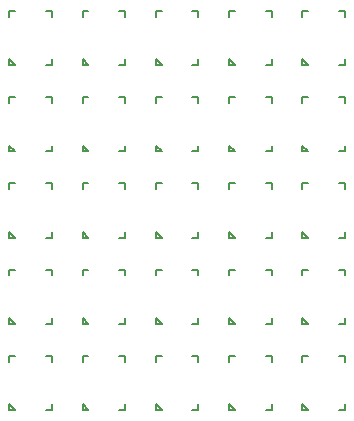
<source format=gto>
G04 #@! TF.GenerationSoftware,KiCad,Pcbnew,5.0.2-bee76a0~70~ubuntu18.04.1*
G04 #@! TF.CreationDate,2018-12-05T20:22:07+01:00*
G04 #@! TF.ProjectId,noname,6e6f6e61-6d65-42e6-9b69-6361645f7063,rev?*
G04 #@! TF.SameCoordinates,Original*
G04 #@! TF.FileFunction,Legend,Top*
G04 #@! TF.FilePolarity,Positive*
%FSLAX46Y46*%
G04 Gerber Fmt 4.6, Leading zero omitted, Abs format (unit mm)*
G04 Created by KiCad (PCBNEW 5.0.2-bee76a0~70~ubuntu18.04.1) date Wed 05 Dec 2018 20:22:07 CET*
%MOMM*%
%LPD*%
G01*
G04 APERTURE LIST*
%ADD10C,0.150000*%
G04 APERTURE END LIST*
D10*
G04 #@! TO.C,U2*
X135100000Y-124800000D02*
X135100000Y-124300000D01*
X135600000Y-124800000D02*
X135100000Y-124800000D01*
X135100000Y-120200000D02*
X135100000Y-120700000D01*
X135100000Y-120200000D02*
X135600000Y-120200000D01*
X138700000Y-120200000D02*
X138200000Y-120200000D01*
X138700000Y-120200000D02*
X138700000Y-120700000D01*
X138700000Y-124800000D02*
X138700000Y-124300000D01*
X138700000Y-124800000D02*
X138200000Y-124800000D01*
X135600000Y-124800000D02*
X135100000Y-124300000D01*
X128900000Y-124800000D02*
X128900000Y-124300000D01*
X129400000Y-124800000D02*
X128900000Y-124800000D01*
X128900000Y-120200000D02*
X128900000Y-120700000D01*
X128900000Y-120200000D02*
X129400000Y-120200000D01*
X132500000Y-120200000D02*
X132000000Y-120200000D01*
X132500000Y-120200000D02*
X132500000Y-120700000D01*
X132500000Y-124800000D02*
X132500000Y-124300000D01*
X132500000Y-124800000D02*
X132000000Y-124800000D01*
X129400000Y-124800000D02*
X128900000Y-124300000D01*
X122700000Y-124800000D02*
X122700000Y-124300000D01*
X123200000Y-124800000D02*
X122700000Y-124800000D01*
X122700000Y-120200000D02*
X122700000Y-120700000D01*
X122700000Y-120200000D02*
X123200000Y-120200000D01*
X126300000Y-120200000D02*
X125800000Y-120200000D01*
X126300000Y-120200000D02*
X126300000Y-120700000D01*
X126300000Y-124800000D02*
X126300000Y-124300000D01*
X126300000Y-124800000D02*
X125800000Y-124800000D01*
X123200000Y-124800000D02*
X122700000Y-124300000D01*
X116500000Y-124800000D02*
X116500000Y-124300000D01*
X117000000Y-124800000D02*
X116500000Y-124800000D01*
X116500000Y-120200000D02*
X116500000Y-120700000D01*
X116500000Y-120200000D02*
X117000000Y-120200000D01*
X120100000Y-120200000D02*
X119600000Y-120200000D01*
X120100000Y-120200000D02*
X120100000Y-120700000D01*
X120100000Y-124800000D02*
X120100000Y-124300000D01*
X120100000Y-124800000D02*
X119600000Y-124800000D01*
X117000000Y-124800000D02*
X116500000Y-124300000D01*
X110800000Y-124800000D02*
X110300000Y-124300000D01*
X113900000Y-124800000D02*
X113400000Y-124800000D01*
X113900000Y-124800000D02*
X113900000Y-124300000D01*
X113900000Y-120200000D02*
X113900000Y-120700000D01*
X113900000Y-120200000D02*
X113400000Y-120200000D01*
X110300000Y-120200000D02*
X110800000Y-120200000D01*
X110300000Y-120200000D02*
X110300000Y-120700000D01*
X110800000Y-124800000D02*
X110300000Y-124800000D01*
X110300000Y-124800000D02*
X110300000Y-124300000D01*
X135100000Y-117500000D02*
X135100000Y-117000000D01*
X135600000Y-117500000D02*
X135100000Y-117500000D01*
X135100000Y-112900000D02*
X135100000Y-113400000D01*
X135100000Y-112900000D02*
X135600000Y-112900000D01*
X138700000Y-112900000D02*
X138200000Y-112900000D01*
X138700000Y-112900000D02*
X138700000Y-113400000D01*
X138700000Y-117500000D02*
X138700000Y-117000000D01*
X138700000Y-117500000D02*
X138200000Y-117500000D01*
X135600000Y-117500000D02*
X135100000Y-117000000D01*
X128900000Y-117500000D02*
X128900000Y-117000000D01*
X129400000Y-117500000D02*
X128900000Y-117500000D01*
X128900000Y-112900000D02*
X128900000Y-113400000D01*
X128900000Y-112900000D02*
X129400000Y-112900000D01*
X132500000Y-112900000D02*
X132000000Y-112900000D01*
X132500000Y-112900000D02*
X132500000Y-113400000D01*
X132500000Y-117500000D02*
X132500000Y-117000000D01*
X132500000Y-117500000D02*
X132000000Y-117500000D01*
X129400000Y-117500000D02*
X128900000Y-117000000D01*
X122700000Y-117500000D02*
X122700000Y-117000000D01*
X123200000Y-117500000D02*
X122700000Y-117500000D01*
X122700000Y-112900000D02*
X122700000Y-113400000D01*
X122700000Y-112900000D02*
X123200000Y-112900000D01*
X126300000Y-112900000D02*
X125800000Y-112900000D01*
X126300000Y-112900000D02*
X126300000Y-113400000D01*
X126300000Y-117500000D02*
X126300000Y-117000000D01*
X126300000Y-117500000D02*
X125800000Y-117500000D01*
X123200000Y-117500000D02*
X122700000Y-117000000D01*
X116500000Y-117500000D02*
X116500000Y-117000000D01*
X117000000Y-117500000D02*
X116500000Y-117500000D01*
X116500000Y-112900000D02*
X116500000Y-113400000D01*
X116500000Y-112900000D02*
X117000000Y-112900000D01*
X120100000Y-112900000D02*
X119600000Y-112900000D01*
X120100000Y-112900000D02*
X120100000Y-113400000D01*
X120100000Y-117500000D02*
X120100000Y-117000000D01*
X120100000Y-117500000D02*
X119600000Y-117500000D01*
X117000000Y-117500000D02*
X116500000Y-117000000D01*
X110300000Y-117500000D02*
X110300000Y-117000000D01*
X110800000Y-117500000D02*
X110300000Y-117500000D01*
X110300000Y-112900000D02*
X110300000Y-113400000D01*
X110300000Y-112900000D02*
X110800000Y-112900000D01*
X113900000Y-112900000D02*
X113400000Y-112900000D01*
X113900000Y-112900000D02*
X113900000Y-113400000D01*
X113900000Y-117500000D02*
X113900000Y-117000000D01*
X113900000Y-117500000D02*
X113400000Y-117500000D01*
X110800000Y-117500000D02*
X110300000Y-117000000D01*
X135100000Y-110200000D02*
X135100000Y-109700000D01*
X135600000Y-110200000D02*
X135100000Y-110200000D01*
X135100000Y-105600000D02*
X135100000Y-106100000D01*
X135100000Y-105600000D02*
X135600000Y-105600000D01*
X138700000Y-105600000D02*
X138200000Y-105600000D01*
X138700000Y-105600000D02*
X138700000Y-106100000D01*
X138700000Y-110200000D02*
X138700000Y-109700000D01*
X138700000Y-110200000D02*
X138200000Y-110200000D01*
X135600000Y-110200000D02*
X135100000Y-109700000D01*
X128900000Y-110200000D02*
X128900000Y-109700000D01*
X129400000Y-110200000D02*
X128900000Y-110200000D01*
X128900000Y-105600000D02*
X128900000Y-106100000D01*
X128900000Y-105600000D02*
X129400000Y-105600000D01*
X132500000Y-105600000D02*
X132000000Y-105600000D01*
X132500000Y-105600000D02*
X132500000Y-106100000D01*
X132500000Y-110200000D02*
X132500000Y-109700000D01*
X132500000Y-110200000D02*
X132000000Y-110200000D01*
X129400000Y-110200000D02*
X128900000Y-109700000D01*
X122700000Y-110200000D02*
X122700000Y-109700000D01*
X123200000Y-110200000D02*
X122700000Y-110200000D01*
X122700000Y-105600000D02*
X122700000Y-106100000D01*
X122700000Y-105600000D02*
X123200000Y-105600000D01*
X126300000Y-105600000D02*
X125800000Y-105600000D01*
X126300000Y-105600000D02*
X126300000Y-106100000D01*
X126300000Y-110200000D02*
X126300000Y-109700000D01*
X126300000Y-110200000D02*
X125800000Y-110200000D01*
X123200000Y-110200000D02*
X122700000Y-109700000D01*
X116500000Y-110200000D02*
X116500000Y-109700000D01*
X117000000Y-110200000D02*
X116500000Y-110200000D01*
X116500000Y-105600000D02*
X116500000Y-106100000D01*
X116500000Y-105600000D02*
X117000000Y-105600000D01*
X120100000Y-105600000D02*
X119600000Y-105600000D01*
X120100000Y-105600000D02*
X120100000Y-106100000D01*
X120100000Y-110200000D02*
X120100000Y-109700000D01*
X120100000Y-110200000D02*
X119600000Y-110200000D01*
X117000000Y-110200000D02*
X116500000Y-109700000D01*
X110300000Y-110200000D02*
X110300000Y-109700000D01*
X110800000Y-110200000D02*
X110300000Y-110200000D01*
X110300000Y-105600000D02*
X110300000Y-106100000D01*
X110300000Y-105600000D02*
X110800000Y-105600000D01*
X113900000Y-105600000D02*
X113400000Y-105600000D01*
X113900000Y-105600000D02*
X113900000Y-106100000D01*
X113900000Y-110200000D02*
X113900000Y-109700000D01*
X113900000Y-110200000D02*
X113400000Y-110200000D01*
X110800000Y-110200000D02*
X110300000Y-109700000D01*
X135100000Y-102900000D02*
X135100000Y-102400000D01*
X135600000Y-102900000D02*
X135100000Y-102900000D01*
X135100000Y-98300000D02*
X135100000Y-98800000D01*
X135100000Y-98300000D02*
X135600000Y-98300000D01*
X138700000Y-98300000D02*
X138200000Y-98300000D01*
X138700000Y-98300000D02*
X138700000Y-98800000D01*
X138700000Y-102900000D02*
X138700000Y-102400000D01*
X138700000Y-102900000D02*
X138200000Y-102900000D01*
X135600000Y-102900000D02*
X135100000Y-102400000D01*
X128900000Y-102900000D02*
X128900000Y-102400000D01*
X129400000Y-102900000D02*
X128900000Y-102900000D01*
X128900000Y-98300000D02*
X128900000Y-98800000D01*
X128900000Y-98300000D02*
X129400000Y-98300000D01*
X132500000Y-98300000D02*
X132000000Y-98300000D01*
X132500000Y-98300000D02*
X132500000Y-98800000D01*
X132500000Y-102900000D02*
X132500000Y-102400000D01*
X132500000Y-102900000D02*
X132000000Y-102900000D01*
X129400000Y-102900000D02*
X128900000Y-102400000D01*
X122700000Y-102900000D02*
X122700000Y-102400000D01*
X123200000Y-102900000D02*
X122700000Y-102900000D01*
X122700000Y-98300000D02*
X122700000Y-98800000D01*
X122700000Y-98300000D02*
X123200000Y-98300000D01*
X126300000Y-98300000D02*
X125800000Y-98300000D01*
X126300000Y-98300000D02*
X126300000Y-98800000D01*
X126300000Y-102900000D02*
X126300000Y-102400000D01*
X126300000Y-102900000D02*
X125800000Y-102900000D01*
X123200000Y-102900000D02*
X122700000Y-102400000D01*
X116500000Y-102900000D02*
X116500000Y-102400000D01*
X117000000Y-102900000D02*
X116500000Y-102900000D01*
X116500000Y-98300000D02*
X116500000Y-98800000D01*
X116500000Y-98300000D02*
X117000000Y-98300000D01*
X120100000Y-98300000D02*
X119600000Y-98300000D01*
X120100000Y-98300000D02*
X120100000Y-98800000D01*
X120100000Y-102900000D02*
X120100000Y-102400000D01*
X120100000Y-102900000D02*
X119600000Y-102900000D01*
X117000000Y-102900000D02*
X116500000Y-102400000D01*
X110300000Y-102900000D02*
X110300000Y-102400000D01*
X110800000Y-102900000D02*
X110300000Y-102900000D01*
X110300000Y-98300000D02*
X110300000Y-98800000D01*
X110300000Y-98300000D02*
X110800000Y-98300000D01*
X113900000Y-98300000D02*
X113400000Y-98300000D01*
X113900000Y-98300000D02*
X113900000Y-98800000D01*
X113900000Y-102900000D02*
X113900000Y-102400000D01*
X113900000Y-102900000D02*
X113400000Y-102900000D01*
X110800000Y-102900000D02*
X110300000Y-102400000D01*
X135100000Y-95600000D02*
X135100000Y-95100000D01*
X135600000Y-95600000D02*
X135100000Y-95600000D01*
X135100000Y-91000000D02*
X135100000Y-91500000D01*
X135100000Y-91000000D02*
X135600000Y-91000000D01*
X138700000Y-91000000D02*
X138200000Y-91000000D01*
X138700000Y-91000000D02*
X138700000Y-91500000D01*
X138700000Y-95600000D02*
X138700000Y-95100000D01*
X138700000Y-95600000D02*
X138200000Y-95600000D01*
X135600000Y-95600000D02*
X135100000Y-95100000D01*
X128900000Y-95600000D02*
X128900000Y-95100000D01*
X129400000Y-95600000D02*
X128900000Y-95600000D01*
X128900000Y-91000000D02*
X128900000Y-91500000D01*
X128900000Y-91000000D02*
X129400000Y-91000000D01*
X132500000Y-91000000D02*
X132000000Y-91000000D01*
X132500000Y-91000000D02*
X132500000Y-91500000D01*
X132500000Y-95600000D02*
X132500000Y-95100000D01*
X132500000Y-95600000D02*
X132000000Y-95600000D01*
X129400000Y-95600000D02*
X128900000Y-95100000D01*
X122700000Y-95600000D02*
X122700000Y-95100000D01*
X123200000Y-95600000D02*
X122700000Y-95600000D01*
X122700000Y-91000000D02*
X122700000Y-91500000D01*
X122700000Y-91000000D02*
X123200000Y-91000000D01*
X126300000Y-91000000D02*
X125800000Y-91000000D01*
X126300000Y-91000000D02*
X126300000Y-91500000D01*
X126300000Y-95600000D02*
X126300000Y-95100000D01*
X126300000Y-95600000D02*
X125800000Y-95600000D01*
X123200000Y-95600000D02*
X122700000Y-95100000D01*
X116500000Y-95600000D02*
X116500000Y-95100000D01*
X117000000Y-95600000D02*
X116500000Y-95600000D01*
X116500000Y-91000000D02*
X116500000Y-91500000D01*
X116500000Y-91000000D02*
X117000000Y-91000000D01*
X120100000Y-91000000D02*
X119600000Y-91000000D01*
X120100000Y-91000000D02*
X120100000Y-91500000D01*
X120100000Y-95600000D02*
X120100000Y-95100000D01*
X120100000Y-95600000D02*
X119600000Y-95600000D01*
X117000000Y-95600000D02*
X116500000Y-95100000D01*
X110800000Y-95600000D02*
X110300000Y-95100000D01*
X113900000Y-95600000D02*
X113400000Y-95600000D01*
X113900000Y-95600000D02*
X113900000Y-95100000D01*
X113900000Y-91000000D02*
X113900000Y-91500000D01*
X113900000Y-91000000D02*
X113400000Y-91000000D01*
X110300000Y-91000000D02*
X110800000Y-91000000D01*
X110300000Y-91000000D02*
X110300000Y-91500000D01*
X110800000Y-95600000D02*
X110300000Y-95600000D01*
X110300000Y-95600000D02*
X110300000Y-95100000D01*
G04 #@! TD*
M02*

</source>
